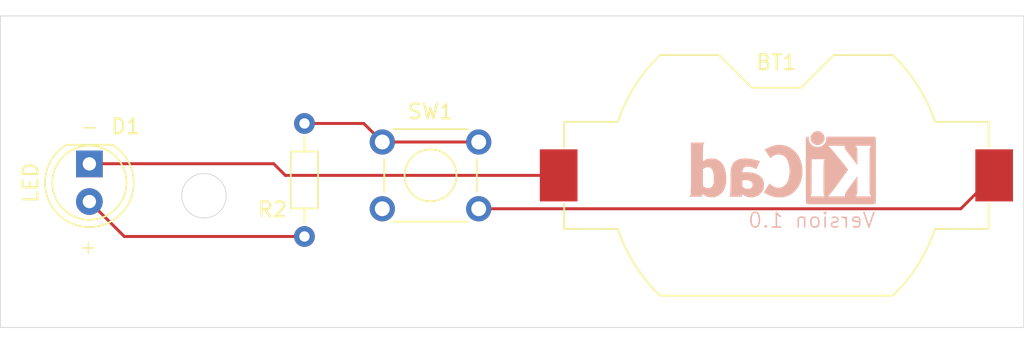
<source format=kicad_pcb>
(kicad_pcb (version 20241229) (generator "pcbnew") (generator_version "9.0")
  (title_block (title "LED Torch") (date "2025-10-19") (rev "1"))
  (layers (0 "F.Cu" signal) (2 "B.Cu" signal) (13 "F.Paste" user) (15 "B.Paste" user) (5 "F.SilkS" user "F.Silkscreen") (7 "B.SilkS" user "B.Silkscreen") (1 "F.Mask" user) (3 "B.Mask" user) (25 "Edge.Cuts" user))
  (net 0 "")
  (net 1 "/LED_cathode")
  (net 2 "/bat_pos")
  (net 3 "/LED_anode")
  (net 4 "Net-(SW1A-A)")
  (footprint "LED_THT:LED_D5.0mm" (layer "F.Cu") (at 120.382 99.809 -90)
    (property "Reference" "D1" (at -2.525 -2.45 180) (layer "F.SilkS"))
    (property "Value" "LED" (at 1.27 3.96 90) (layer "F.SilkS"))
    (fp_line (start -1.29 -1.545) (end -1.29 1.545) (stroke (width 0.12)) (layer "F.SilkS"))
    (fp_arc (start 4.26 0) (mid 2.071779 2.880495) (end -1.29 1.54483) (stroke (width 0.12)) (layer "F.SilkS"))
    (fp_arc (start -1.29 -1.54483) (mid 2.071779 -2.880495) (end 4.26 0) (stroke (width 0.12)) (layer "F.SilkS"))
    (fp_circle (center 1.27 0) (end 3.77 0) (stroke (width 0.12)) (fill no) (layer "F.SilkS"))
    (pad "1" thru_hole rect (at 0 0 270) (size 1.8 1.8) (drill 0.9) (layers "*.Cu" "*.Mask") (net 1 "/LED_cathode"))
    (pad "2" thru_hole circle (at 2.54 0 270) (size 1.8 1.8) (drill 0.9) (layers "*.Cu" "*.Mask") (net 3 "/LED_anode"))
  )
  (footprint "Battery:BatteryHolder_Keystone_1058_1x2032" (layer "F.Cu") (at 166.702 100.584 180)
    (property "Reference" "BT1" (at 0 7.62 0) (layer "F.SilkS"))
    (property "Value" "Battery_Cell")
    (fp_line (start 14.31 3.61) (end 10.692 3.61) (stroke (width 0.12)) (layer "F.SilkS"))
    (fp_line (start 14.31 1.9) (end 14.31 3.61) (stroke (width 0.12)) (layer "F.SilkS"))
    (fp_line (start 14.31 -1.9) (end 14.31 -3.61) (stroke (width 0.12)) (layer "F.SilkS"))
    (fp_line (start 10.692 -3.61) (end 14.31 -3.61) (stroke (width 0.12)) (layer "F.SilkS"))
    (fp_line (start 7.8473 8.11) (end 3.86 8.11) (stroke (width 0.12)) (layer "F.SilkS"))
    (fp_line (start 1.66 5.91) (end 3.86 8.11) (stroke (width 0.12)) (layer "F.SilkS"))
    (fp_line (start 1.66 5.91) (end -1.66 5.91) (stroke (width 0.12)) (layer "F.SilkS"))
    (fp_line (start -1.66 5.91) (end -3.86 8.11) (stroke (width 0.12)) (layer "F.SilkS"))
    (fp_line (start -3.86 8.11) (end -7.8473 8.11) (stroke (width 0.12)) (layer "F.SilkS"))
    (fp_line (start -7.8473 -8.11) (end 7.8473 -8.11) (stroke (width 0.12)) (layer "F.SilkS"))
    (fp_line (start -10.692 3.61) (end -14.31 3.61) (stroke (width 0.12)) (layer "F.SilkS"))
    (fp_line (start -14.31 1.9) (end -14.31 3.61) (stroke (width 0.12)) (layer "F.SilkS"))
    (fp_line (start -14.31 -1.9) (end -14.31 -3.61) (stroke (width 0.12)) (layer "F.SilkS"))
    (fp_line (start -14.31 -3.61) (end -10.692 -3.61) (stroke (width 0.12)) (layer "F.SilkS"))
    (fp_arc (start 10.692 3.61) (mid 9.538084 6.031244) (end 7.845371 8.111789) (stroke (width 0.12)) (layer "F.SilkS"))
    (fp_arc (start 7.845371 -8.111789) (mid 9.538085 -6.031244) (end 10.692 -3.61) (stroke (width 0.12)) (layer "F.SilkS"))
    (fp_arc (start -7.845371 8.111789) (mid -9.538085 6.031244) (end -10.692 3.61) (stroke (width 0.12)) (layer "F.SilkS"))
    (fp_arc (start -10.692 -3.61) (mid -9.538084 -6.031244) (end -7.845371 -8.111789) (stroke (width 0.12)) (layer "F.SilkS"))
    (pad "1" smd rect (at -14.68 0 180) (size 2.54 3.51) (layers "F.Cu" "F.Mask" "F.Paste") (net 2 "/bat_pos"))
    (pad "2" smd rect (at 14.68 0 180) (size 2.54 3.51) (layers "F.Cu" "F.Mask" "F.Paste") (net 1 "/LED_cathode"))
  )
  (footprint "Button_Switch_THT:SW_TH_Tactile_Omron_B3F-100x" (layer "F.Cu") (at 140.132 98.334)
    (property "Reference" "SW1" (at 3.25 -2.05 0) (layer "F.SilkS"))
    (property "Value" "SW_DPDT_x2")
    (fp_line (start 0.13 3.35) (end 0.13 1.15) (stroke (width 0.12)) (layer "F.SilkS"))
    (fp_line (start 0.75 -0.87) (end 5.75 -0.87) (stroke (width 0.12)) (layer "F.SilkS"))
    (fp_line (start 0.75 5.37) (end 5.75 5.37) (stroke (width 0.12)) (layer "F.SilkS"))
    (fp_line (start 6.37 1.15) (end 6.37 3.35) (stroke (width 0.12)) (layer "F.SilkS"))
    (fp_circle (center 3.25 2.25) (end 5 2.25) (stroke (width 0.12)) (fill no) (layer "F.SilkS"))
    (pad "1" thru_hole circle (at 0 0) (size 1.7 1.7) (drill 1) (layers "*.Cu" "*.Mask") (net 4 "Net-(SW1A-A)"))
    (pad "1" thru_hole circle (at 6.5 0) (size 1.7 1.7) (drill 1) (layers "*.Cu" "*.Mask") (net 4 "Net-(SW1A-A)"))
    (pad "2" thru_hole circle (at 0 4.5) (size 1.7 1.7) (drill 1) (layers "*.Cu" "*.Mask") (net 2 "/bat_pos"))
    (pad "2" thru_hole circle (at 6.5 4.5) (size 1.7 1.7) (drill 1) (layers "*.Cu" "*.Mask") (net 2 "/bat_pos"))
  )
  (footprint "Resistor_THT:R_Axial_DIN0204_L3.6mm_D1.6mm_P7.62mm_Horizontal" (layer "F.Cu") (at 134.882 97.084 -90)
    (property "Reference" "R2" (at 5.8 2.15 180) (layer "F.SilkS"))
    (property "Value" "R")
    (fp_line (start 0.94 0) (end 1.89 0) (stroke (width 0.12)) (layer "F.SilkS"))
    (fp_line (start 6.68 0) (end 5.73 0) (stroke (width 0.12)) (layer "F.SilkS"))
    (fp_rect (start 1.89 -0.92) (end 5.73 0.92) (stroke (width 0.12)) (fill no) (layer "F.SilkS"))
    (pad "1" thru_hole circle (at 0 0 270) (size 1.4 1.4) (drill 0.7) (layers "*.Cu" "*.Mask") (net 4 "Net-(SW1A-A)"))
    (pad "2" thru_hole circle (at 7.62 0 270) (size 1.4 1.4) (drill 0.7) (layers "*.Cu" "*.Mask") (net 3 "/LED_anode"))
  )
  (footprint "Symbol:KiCad-Logo_5mm_SilkScreen" (layer "B.Cu") (at 167.132 100.584 180)
    (property "Reference" "REF**" (hide yes))
    (property "Value" "KiCad-Logo_5mm_SilkScreen" (hide yes))
    (fp_poly (pts (xy -2.273043 2.973429) (xy -2.176768 2.949191) (xy -2.090184 2.906359) (xy -2.015373 2.846581) (xy -1.954418 2.771506) (xy -1.909399 2.68278) (xy -1.883136 2.58647) (xy -1.877286 2.489205) (xy -1.89214 2.395346) (xy -1.92584 2.307489) (xy -1.976528 2.22823) (xy -2.042345 2.160164) (xy -2.121434 2.105888) (xy -2.211934 2.067998) (xy -2.2632 2.055574) (xy -2.307698 2.048053) (xy -2.341999 2.045081) (xy -2.37496 2.046906) (xy -2.415434 2.053775) (xy -2.448531 2.06075) (xy -2.541947 2.092259) (xy -2.625619 2.143383) (xy -2.697665 2.212571) (xy -2.7562 2.298272) (xy -2.770148 2.325511) (xy -2.786586 2.361878) (xy -2.796894 2.392418) (xy -2.80246 2.42455) (xy -2.804669 2.465693) (xy -2.804948 2.511778) (xy -2.800861 2.596135) (xy -2.787446 2.665414) (xy -2.762256 2.726039) (xy -2.722846 2.784433) (xy -2.684298 2.828698) (xy -2.612406 2.894516) (xy -2.537313 2.939947) (xy -2.454562 2.96715) (xy -2.376928 2.977424) (xy -2.273043 2.973429)) (stroke (width 0.01)) (fill yes) (layer "B.SilkS"))
    (fp_poly (pts (xy 0.328429 2.050929) (xy 0.48857 2.029755) (xy 0.65251 1.989615) (xy 0.822313 1.930111) (xy 1.000043 1.850846) (xy 1.01131 1.845301) (xy 1.069005 1.817275) (xy 1.120552 1.793198) (xy 1.162191 1.774751) (xy 1.190162 1.763614) (xy 1.199733 1.761067) (xy 1.21895 1.756059) (xy 1.223561 1.751853) (xy 1.218458 1.74142) (xy 1.202418 1.715132) (xy 1.177288 1.675743) (xy 1.144914 1.626009) (xy 1.107143 1.568685) (xy 1.065822 1.506524) (xy 1.022798 1.442282) (xy 0.979917 1.378715) (xy 0.939026 1.318575) (xy 0.901971 1.26462) (xy 0.8706 1.219603) (xy 0.846759 1.186279) (xy 0.832294 1.167403) (xy 0.830309 1.165213) (xy 0.820191 1.169862) (xy 0.79785 1.187038) (xy 0.76728 1.21356) (xy 0.751536 1.228036) (xy 0.655047 1.303318) (xy 0.548336 1.358759) (xy 0.432832 1.393859) (xy 0.309962 1.40812) (xy 0.240561 1.406949) (xy 0.119423 1.389788) (xy 0.010205 1.353906) (xy -0.087418 1.299041) (xy -0.173772 1.22493) (xy -0.249185 1.131312) (xy -0.313982 1.017924) (xy -0.351399 0.931333) (xy -0.395252 0.795634) (xy -0.427572 0.64815) (xy -0.448443 0.492686) (xy -0.457949 0.333044) (xy -0.456173 0.173027) (xy -0.443197 0.016439) (xy -0.419106 -0.132918) (xy -0.383982 -0.27124) (xy -0.337908 -0.394724) (xy -0.321627 -0.428978) (xy -0.25338 -0.543064) (xy -0.172921 -0.639557) (xy -0.08143 -0.71767) (xy 0.019911 -0.776617) (xy 0.12992 -0.815612) (xy 0.247415 -0.833868) (xy 0.288883 -0.835211) (xy 0.410441 -0.82429) (xy 0.530878 -0.791474) (xy 0.648666 -0.737439) (xy 0.762277 -0.662865) (xy 0.853685 -0.584539) (xy 0.900215 -0.540008) (xy 1.081483 -0.837271) (xy 1.12658 -0.911433) (xy 1.167819 -0.979646) (xy 1.203735 -1.039459) (xy 1.232866 -1.08842) (xy 1.25375 -1.124079) (xy 1.264924 -1.143984) (xy 1.266375 -1.147079) (xy 1.258146 -1.156718) (xy 1.232567 -1.173999) (xy 1.192873 -1.197283) (xy 1.142297 -1.224934) (xy 1.084074 -1.255315) (xy 1.021437 -1.28679) (xy 0.957621 -1.317722) (xy 0.89586 -1.346473) (xy 0.839388 -1.371408) (xy 0.791438 -1.390889) (xy 0.767986 -1.399318) (xy 0.634221 -1.437133) (xy 0.496327 -1.462136) (xy 0.348622 -1.47514) (xy 0.221833 -1.477468) (xy 0.153878 -1.476373) (xy 0.088277 -1.474275) (xy 0.030847 -1.471434) (xy -0.012597 -1.468106) (xy -0.026702 -1.466422) (xy -0.165716 -1.437587) (xy -0.307243 -1.392468) (xy -0.444725 -1.33375) (xy -0.571606 -1.26412) (xy -0.649111 -1.211441) (xy -0.776519 -1.103239) (xy -0.894822 -0.976671) (xy -1.001828 -0.834866) (xy -1.095348 -0.680951) (xy -1.17319 -0.518053) (xy -1.217044 -0.400756) (xy -1.267292 -0.217128) (xy -1.300791 -0.022581) (xy -1.317551 0.178675) (xy -1.317584 0.382432) (xy -1.300899 0.584479) (xy -1.267507 0.780608) (xy -1.21742 0.966609) (xy -1.213603 0.978197) (xy -1.150719 1.14025) (xy -1.073972 1.288168) (xy -0.980758 1.426135) (xy -0.868473 1.558339) (xy -0.824608 1.603601) (xy -0.688466 1.727543) (xy -0.548509 1.830085) (xy -0.402589 1.912344) (xy -0.248558 1.975436) (xy -0.084268 2.020477) (xy 0.011289 2.037967) (xy 0.170023 2.053534) (xy 0.328429 2.050929)) (stroke (width 0.01)) (fill yes) (layer "B.SilkS"))
    (fp_poly (pts (xy 6.186507 0.527755) (xy 6.186526 0.293338) (xy 6.186552 0.080397) (xy 6.186625 -0.112168) (xy 6.186782 -0.285459) (xy 6.187064 -0.440576) (xy 6.187509 -0.57862) (xy 6.188156 -0.700692) (xy 6.189045 -0.807894) (xy 6.190213 -0.901326) (xy 6.191701 -0.98209) (xy 6.193546 -1.051286) (xy 6.195789 -1.110015) (xy 6.198469 -1.159379) (xy 6.201623 -1.200478) (xy 6.205292 -1.234413) (xy 6.209513 -1.262286) (xy 6.214327 -1.285198) (xy 6.219773 -1.304249) (xy 6.225888 -1.32054) (xy 6.232712 -1.335173) (xy 6.240285 -1.349249) (xy 6.248645 -1.363868) (xy 6.253839 -1.372974) (xy 6.288104 -1.433689) (xy 5.429955 -1.433689) (xy 5.429955 -1.337733) (xy 5.429224 -1.29437) (xy 5.427272 -1.261205) (xy 5.424463 -1.243424) (xy 5.423221 -1.241778) (xy 5.411799 -1.248662) (xy 5.389084 -1.266505) (xy 5.366385 -1.285879) (xy 5.3118 -1.326614) (xy 5.242321 -1.367617) (xy 5.16527 -1.405123) (xy 5.087965 -1.435364) (xy 5.057113 -1.445012) (xy 4.988616 -1.459578) (xy 4.905764 -1.469539) (xy 4.816371 -1.474583) (xy 4.728248 -1.474396) (xy 4.649207 -1.468666) (xy 4.611511 -1.462858) (xy 4.473414 -1.424797) (xy 4.346113 -1.367073) (xy 4.230292 -1.290211) (xy 4.126637 -1.194739) (xy 4.035833 -1.081179) (xy 3.969031 -0.970381) (xy 3.914164 -0.853625) (xy 3.872163 -0.734276) (xy 3.842167 -0.608283) (xy 3.823311 -0.471594) (xy 3.814732 -0.320158) (xy 3.814006 -0.242711) (xy 3.8161 -0.185934) (xy 4.645217 -0.185934) (xy 4.645424 -0.279002) (xy 4.648337 -0.366692) (xy 4.654 -0.443772) (xy 4.662455 -0.505009) (xy 4.665038 -0.51735) (xy 4.69684 -0.624633) (xy 4.738498 -0.711658) (xy 4.790363 -0.778642) (xy 4.852781 -0.825805) (xy 4.9261 -0.853365) (xy 5.010669 -0.861541) (xy 5.106835 -0.850551) (xy 5.170311 -0.834829) (xy 5.219454 -0.816639) (xy 5.273583 -0.790791) (xy 5.314244 -0.767089) (xy 5.3848 -0.720721) (xy 5.3848 0.42947) (xy 5.317392 0.473038) (xy 5.238867 0.51396) (xy 5.154681 0.540611) (xy 5.069557 0.552535) (xy 4.988216 0.549278) (xy 4.91538 0.530385) (xy 4.883426 0.514816) (xy 4.825501 0.471819) (xy 4.776544 0.415047) (xy 4.73539 0.342425) (xy 4.700874 0.251879) (xy 4.671833 0.141334) (xy 4.670552 0.135467) (xy 4.660381 0.073212) (xy 4.652739 -0.004594) (xy 4.64767 -0.09272) (xy 4.645217 -0.185934) (xy 3.8161 -0.185934) (xy 3.821857 -0.029895) (xy 3.843802 0.165941) (xy 3.879786 0.344668) (xy 3.929759 0.506155) (xy 3.993668 0.650274) (xy 4.071462 0.776894) (xy 4.163089 0.885885) (xy 4.268497 0.977117) (xy 4.313662 1.008068) (xy 4.414611 1.064215) (xy 4.517901 1.103826) (xy 4.627989 1.127986) (xy 4.74933 1.137781) (xy 4.841836 1.136735) (xy 4.97149 1.125769) (xy 5.084084 1.103954) (xy 5.182875 1.070286) (xy 5.271121 1.023764) (xy 5.319986 0.989552) (xy 5.349353 0.967638) (xy 5.371043 0.952667) (xy 5.379253 0.948267) (xy 5.380868 0.959096) (xy 5.382159 0.989749) (xy 5.383138 1.037474) (xy 5.383817 1.099521) (xy 5.38421 1.173138) (xy 5.38433 1.255573) (xy 5.384188 1.344075) (xy 5.383797 1.435893) (xy 5.383171 1.528276) (xy 5.38232 1.618472) (xy 5.38126 1.703729) (xy 5.380001 1.781297) (xy 5.378556 1.848424) (xy 5.376938 1.902359) (xy 5.375161 1.94035) (xy 5.374669 1.947333) (xy 5.367092 2.017749) (xy 5.355531 2.072898) (xy 5.337792 2.120019) (xy 5.311682 2.166353) (xy 5.305415 2.175933) (xy 5.280983 2.212622) (xy 6.186311 2.212622) (xy 6.186507 0.527755)) (stroke (width 0.01)) (fill yes) (layer "B.SilkS"))
    (fp_poly (pts (xy 2.673574 1.133448) (xy 2.825492 1.113433) (xy 2.960756 1.079798) (xy 3.080239 1.032275) (xy 3.184815 0.970595) (xy 3.262424 0.907035) (xy 3.331265 0.832901) (xy 3.385006 0.753129) (xy 3.42791 0.660909) (xy 3.443384 0.617839) (xy 3.456244 0.578858) (xy 3.467446 0.542711) (xy 3.47712 0.507566) (xy 3.485396 0.47159) (xy 3.492403 0.43295) (xy 3.498272 0.389815) (xy 3.503131 0.340351) (xy 3.50711 0.282727) (xy 3.51034 0.215109) (xy 3.512949 0.135666) (xy 3.515067 0.042564) (xy 3.516824 -0.066027) (xy 3.518349 -0.191942) (xy 3.519772 -0.337012) (xy 3.521025 -0.479778) (xy 3.522351 -0.635968) (xy 3.523556 -0.771239) (xy 3.524766 -0.887246) (xy 3.526106 -0.985645) (xy 3.5277 -1.068093) (xy 3.529675 -1.136246) (xy 3.532156 -1.19176) (xy 3.535269 -1.236292) (xy 3.539138 -1.271498) (xy 3.543889 -1.299034) (xy 3.549648 -1.320556) (xy 3.556539 -1.337722) (xy 3.564689 -1.352186) (xy 3.574223 -1.365606) (xy 3.585266 -1.379638) (xy 3.589566 -1.385071) (xy 3.605386 -1.40791) (xy 3.612422 -1.423463) (xy 3.612444 -1.423922) (xy 3.601567 -1.426121) (xy 3.570582 -1.428147) (xy 3.521957 -1.429942) (xy 3.458163 -1.431451) (xy 3.381669 -1.432616) (xy 3.294944 -1.43338) (xy 3.200457 -1.433686) (xy 3.18955 -1.433689) (xy 2.766657 -1.433689) (xy 2.763395 -1.337622) (xy 2.760133 -1.241556) (xy 2.698044 -1.292543) (xy 2.600714 -1.360057) (xy 2.490813 -1.414749) (xy 2.404349 -1.444978) (xy 2.335278 -1.459666) (xy 2.251925 -1.469659) (xy 2.162159 -1.474646) (xy 2.073845 -1.474313) (xy 1.994851 -1.468351) (xy 1.958622 -1.462638) (xy 1.818603 -1.424776) (xy 1.692178 -1.369932) (xy 1.58026 -1.298924) (xy 1.483762 -1.212568) (xy 1.4036 -1.111679) (xy 1.340687 -0.997076) (xy 1.296312 -0.870984) (xy 1.283978 -0.814401) (xy 1.276368 -0.752202) (xy 1.272739 -0.677363) (xy 1.272245 -0.643467) (xy 1.27231 -0.640282) (xy 2.032248 -0.640282) (xy 2.041541 -0.715333) (xy 2.069728 -0.77916) (xy 2.118197 -0.834798) (xy 2.123254 -0.839211) (xy 2.171548 -0.874037) (xy 2.223257 -0.89662) (xy 2.283989 -0.90854) (xy 2.359352 -0.911383) (xy 2.377459 -0.910978) (xy 2.431278 -0.908325) (xy 2.471308 -0.902909) (xy 2.506324 -0.892745) (xy 2.545103 -0.87585) (xy 2.555745 -0.870672) (xy 2.616396 -0.834844) (xy 2.663215 -0.792212) (xy 2.675952 -0.776973) (xy 2.720622 -0.720462) (xy 2.720622 -0.524586) (xy 2.720086 -0.445939) (xy 2.718396 -0.387988) (xy 2.715428 -0.348875) (xy 2.711057 -0.326741) (xy 2.706972 -0.320274) (xy 2.691047 -0.317111) (xy 2.657264 -0.314488) (xy 2.61034 -0.312655) (xy 2.554993 -0.311857) (xy 2.546106 -0.311842) (xy 2.42533 -0.317096) (xy 2.32266 -0.333263) (xy 2.236106 -0.360961) (xy 2.163681 -0.400808) (xy 2.108751 -0.447758) (xy 2.064204 -0.505645) (xy 2.03948 -0.568693) (xy 2.032248 -0.640282) (xy 1.27231 -0.640282) (xy 1.274178 -0.549712) (xy 1.282522 -0.470812) (xy 1.298768 -0.39959) (xy 1.324405 -0.328864) (xy 1.348401 -0.276493) (xy 1.40702 -0.181196) (xy 1.485117 -0.09317) (xy 1.580315 -0.014017) (xy 1.690238 0.05466) (xy 1.81251 0.111259) (xy 1.944755 0.154179) (xy 2.009422 0.169118) (xy 2.145604 0.191223) (xy 2.294049 0.205806) (xy 2.445505 0.212187) (xy 2.572064 0.210555) (xy 2.73395 0.203776) (xy 2.72653 0.262755) (xy 2.707238 0.361908) (xy 2.676104 0.442628) (xy 2.632269 0.505534) (xy 2.574871 0.551244) (xy 2.503048 0.580378) (xy 2.415941 0.593553) (xy 2.312686 0.591389) (xy 2.274711 0.587388) (xy 2.13352 0.56222) (xy 1.996707 0.521186) (xy 1.902178 0.483185) (xy 1.857018 0.46381) (xy 1.818585 0.44824) (xy 1.792234 0.438595) (xy 1.784546 0.436548) (xy 1.774802 0.445626) (xy 1.758083 0.474595) (xy 1.734232 0.523783) (xy 1.703093 0.593516) (xy 1.664507 0.684121) (xy 1.65791 0.699911) (xy 1.627853 0.772228) (xy 1.600874 0.837575) (xy 1.578136 0.893094) (xy 1.560806 0.935928) (xy 1.550048 0.963219) (xy 1.546941 0.972058) (xy 1.55694 0.976813) (xy 1.583217 0.98209) (xy 1.611489 0.985769) (xy 1.641646 0.990526) (xy 1.689433 0.999972) (xy 1.750612 1.01318) (xy 1.820946 1.029224) (xy 1.896194 1.04718) (xy 1.924755 1.054203) (xy 2.029816 1.079791) (xy 2.11748 1.099853) (xy 2.192068 1.115031) (xy 2.257903 1.125965) (xy 2.319307 1.133296) (xy 2.380602 1.137665) (xy 2.44611 1.139713) (xy 2.504128 1.140111) (xy 2.673574 1.133448)) (stroke (width 0.01)) (fill yes) (layer "B.SilkS"))
    (fp_poly (pts (xy -2.9464 2.510946) (xy -2.935535 2.397007) (xy -2.903918 2.289384) (xy -2.853015 2.190385) (xy -2.784293 2.102316) (xy -2.699219 2.027484) (xy -2.602232 1.969616) (xy -2.495964 1.929995) (xy -2.38895 1.911427) (xy -2.2833 1.912566) (xy -2.181125 1.93207) (xy -2.084534 1.968594) (xy -1.995638 2.020795) (xy -1.916546 2.087327) (xy -1.849369 2.166848) (xy -1.796217 2.258013) (xy -1.759199 2.359477) (xy -1.740427 2.469898) (xy -1.738489 2.519794) (xy -1.738489 2.607733) (xy -1.68656 2.607733) (xy -1.650253 2.604889) (xy -1.623355 2.593089) (xy -1.596249 2.569351) (xy -1.557867 2.530969) (xy -1.557867 0.339398) (xy -1.557876 0.077261) (xy -1.557908 -0.163241) (xy -1.557972 -0.383048) (xy -1.558076 -0.583101) (xy -1.558227 -0.764344) (xy -1.558434 -0.927716) (xy -1.558706 -1.07416) (xy -1.55905 -1.204617) (xy -1.559474 -1.320029) (xy -1.559987 -1.421338) (xy -1.560597 -1.509484) (xy -1.561312 -1.58541) (xy -1.56214 -1.650057) (xy -1.563089 -1.704367) (xy -1.564167 -1.74928) (xy -1.565383 -1.78574) (xy -1.566745 -1.814687) (xy -1.568261 -1.837063) (xy -1.569938 -1.853809) (xy -1.571786 -1.865868) (xy -1.573813 -1.87418) (xy -1.576025 -1.879687) (xy -1.577108 -1.881537) (xy -1.581271 -1.888549) (xy -1.584805 -1.894996) (xy -1.588635 -1.9009) (xy -1.593682 -1.906286) (xy -1.600871 -1.911178) (xy -1.611123 -1.915598) (xy -1.625364 -1.919572) (xy -1.644514 -1.923121) (xy -1.669499 -1.92627) (xy -1.70124 -1.929042) (xy -1.740662 -1.931461) (xy -1.788686 -1.933551) (xy -1.846237 -1.935335) (xy -1.914237 -1.936837) (xy -1.99361 -1.93808) (xy -2.085279 -1.939089) (xy -2.190166 -1.939885) (xy -2.309196 -1.940494) (xy -2.44329 -1.940939) (xy -2.593373 -1.941243) (xy -2.760367 -1.94143) (xy -2.945196 -1.941524) (xy -3.148783 -1.941548) (xy -3.37205 -1.941525) (xy -3.615922 -1.94148) (xy -3.881321 -1.941437) (xy -3.919704 -1.941432) (xy -4.186682 -1.941389) (xy -4.432002 -1.941318) (xy -4.656583 -1.941213) (xy -4.861345 -1.941066) (xy -5.047206 -1.940869) (xy -5.215088 -1.940616) (xy -5.365908 -1.9403) (xy -5.500587 -1.939913) (xy -5.620044 -1.939447) (xy -5.725199 -1.938897) (xy -5.816971 -1.938253) (xy -5.896279 -1.937511) (xy -5.964043 -1.936661) (xy -6.021182 -1.935697) (xy -6.068617 -1.934611) (xy -6.107266 -1.933397) (xy -6.138049 -1.932047) (xy -6.161885 -1.930555) (xy -6.179694 -1.928911) (xy -6.192395 -1.927111) (xy -6.200908 -1.925145) (xy -6.205266 -1.923477) (xy -6.213728 -1.919906) (xy -6.221497 -1.91727) (xy -6.228602 -1.914634) (xy -6.235073 -1.911062) (xy -6.240939 -1.905621) (xy -6.246229 -1.897375) (xy -6.250974 -1.88539) (xy -6.255202 -1.868731) (xy -6.258943 -1.846463) (xy -6.262227 -1.817652) (xy -6.265083 -1.781363) (xy -6.26754 -1.736661) (xy -6.269629 -1.682611) (xy -6.271378 -1.618279) (xy -6.272817 -1.54273) (xy -6.273976 -1.45503) (xy -6.274883 -1.354243) (xy -6.275569 -1.239434) (xy -6.276063 -1.10967) (xy -6.276395 -0.964015) (xy -6.276593 -0.801535) (xy -6.276687 -0.621295) (xy -6.276708 -0.42236) (xy -6.276685 -0.203796) (xy -6.276646 0.035332) (xy -6.276622 0.29596) (xy -6.276622 0.338111) (xy -6.276636 0.601008) (xy -6.276661 0.842268) (xy -6.276671 1.062835) (xy -6.276642 1.263648) (xy -6.276548 1.445651) (xy -6.276362 1.609784) (xy -6.276059 1.756989) (xy -6.275614 1.888208) (xy -6.275034 1.998133) (xy -5.972197 1.998133) (xy -5.932407 1.940289) (xy -5.921236 1.924521) (xy -5.911166 1.910559) (xy -5.902138 1.897216) (xy -5.894097 1.883307) (xy -5.886986 1.867644) (xy -5.880747 1.849042) (xy -5.875325 1.826314) (xy -5.870662 1.798273) (xy -5.866701 1.763733) (xy -5.863385 1.721508) (xy -5.860659 1.670411) (xy -5.858464 1.609256) (xy -5.856745 1.536856) (xy -5.855444 1.452025) (xy -5.854505 1.353578) (xy -5.85387 1.240326) (xy -5.853484 1.111084) (xy -5.853288 0.964666) (xy -5.853227 0.799884) (xy -5.853243 0.615553) (xy -5.85328 0.410487) (xy -5.853289 0.287867) (xy -5.853265 0.070918) (xy -5.853231 -0.124642) (xy -5.853243 -0.299999) (xy -5.853358 -0.456341) (xy -5.85363 -0.594857) (xy -5.854118 -0.716734) (xy -5.854876 -0.82316) (xy -5.855962 -0.915322) (xy -5.857431 -0.994409) (xy -5.85934 -1.061608) (xy -5.861744 -1.118107) (xy -5.864701 -1.165093) (xy -5.868266 -1.203755) (xy -5.872495 -1.23528) (xy -5.877446 -1.260855) (xy -5.883173 -1.28167) (xy -5.889733 -1.298911) (xy -5.897183 -1.313765) (xy -5.905579 -1.327422) (xy -5.914976 -1.341069) (xy -5.925432 -1.355893) (xy -5.931523 -1.364783) (xy -5.970296 -1.4224) (xy -5.438732 -1.4224) (xy -5.315483 -1.422365) (xy -5.212987 -1.422215) (xy -5.12942 -1.421878) (xy -5.062956 -1.421286) (xy -5.011771 -1.420367) (xy -4.974041 -1.419051) (xy -4.94794 -1.417269) (xy -4.931644 -1.414951) (xy -4.923328 -1.412026) (xy -4.921168 -1.408424) (xy -4.923339 -1.404075) (xy -4.924535 -1.402645) (xy -4.949685 -1.365573) (xy -4.975583 -1.312772) (xy -4.999192 -1.25077) (xy -5.007461 -1.224357) (xy -5.012078 -1.206416) (xy -5.015979 -1.185355) (xy -5.019248 -1.159089) (xy -5.021966 -1.125532) (xy -5.024215 -1.082599) (xy -5.026077 -1.028204) (xy -5.027636 -0.960262) (xy -5.028972 -0.876688) (xy -5.030169 -0.775395) (xy -5.031308 -0.6543) (xy -5.031685 -0.6096) (xy -5.032702 -0.484449) (xy -5.03346 -0.380082) (xy -5.033903 -0.294707) (xy -5.03397 -0.226533) (xy -5.033605 -0.173765) (xy -5.032748 -0.134614) (xy -5.031341 -0.107285) (xy -5.029325 -0.089986) (xy -5.026643 -0.080926) (xy -5.023236 -0.078312) (xy -5.019044 -0.080351) (xy -5.014571 -0.084667) (xy -5.004216 -0.097602) (xy -4.982158 -0.126676) (xy -4.949957 -0.169759) (xy -4.909174 -0.224718) (xy -4.86137 -0.289423) (xy -4.808105 -0.361742) (xy -4.75094 -0.439544) (xy -4.691437 -0.520698) (xy -4.631155 -0.603072) (xy -4.571655 -0.684536) (xy -4.514498 -0.762957) (xy -4.461245 -0.836204) (xy -4.413457 -0.902147) (xy -4.372693 -0.958654) (xy -4.340516 -1.003593) (xy -4.318485 -1.034834) (xy -4.313917 -1.041466) (xy -4.290996 -1.078369) (xy -4.264188 -1.126359) (xy -4.238789 -1.175897) (xy -4.235568 -1.182577) (xy -4.21389 -1.230772) (xy -4.201304 -1.268334) (xy -4.195574 -1.30416) (xy -4.194456 -1.3462) (xy -4.19509 -1.4224) (xy -3.040651 -1.4224) (xy -3.131815 -1.328669) (xy -3.178612 -1.278775) (xy -3.228899 -1.222295) (xy -3.274944 -1.168026) (xy -3.295369 -1.142673) (xy -3.325807 -1.103128) (xy -3.365862 -1.049916) (xy -3.414361 -0.984667) (xy -3.470135 -0.909011) (xy -3.532011 -0.824577) (xy -3.598819 -0.732994) (xy -3.669387 -0.635892) (xy -3.742545 -0.534901) (xy -3.817121 -0.43165) (xy -3.891944 -0.327768) (xy -3.965843 -0.224885) (xy -4.037646 -0.124631) (xy -4.106184 -0.028636) (xy -4.170284 0.061473) (xy -4.228775 0.144064) (xy -4.280486 0.217508) (xy -4.324247 0.280176) (xy -4.358885 0.330439) (xy -4.38323 0.366666) (xy -4.396111 0.387229) (xy -4.397869 0.391332) (xy -4.38991 0.402658) (xy -4.369115 0.429838) (xy -4.336847 0.471171) (xy -4.29447 0.524956) (xy -4.243347 0.589494) (xy -4.184841 0.663082) (xy -4.120314 0.744022) (xy -4.051131 0.830612) (xy -3.978653 0.921152) (xy -3.904246 1.01394) (xy -3.844517 1.088298) (xy -2.833511 1.088298) (xy -2.827602 1.075341) (xy -2.813272 1.053092) (xy -2.812225 1.051609) (xy -2.793438 1.021456) (xy -2.773791 0.984625) (xy -2.769892 0.976489) (xy -2.766356 0.96806) (xy -2.76323 0.957941) (xy -2.760486 0.94474) (xy -2.758092 0.927062) (xy -2.756019 0.903516) (xy -2.754235 0.872707) (xy -2.752712 0.833243) (xy -2.751419 0.783731) (xy -2.750326 0.722777) (xy -2.749403 0.648989) (xy -2.748619 0.560972) (xy -2.747945 0.457335) (xy -2.74735 0.336684) (xy -2.746805 0.197626) (xy -2.746279 0.038768) (xy -2.745745 -0.140089) (xy -2.745206 -0.325207) (xy -2.744772 -0.489145) (xy -2.744509 -0.633303) (xy -2.744484 -0.759079) (xy -2.744765 -0.867871) (xy -2.745419 -0.961077) (xy -2.746514 -1.040097) (xy -2.748118 -1.106328) (xy -2.750297 -1.16117) (xy -2.753119 -1.206021) (xy -2.756651 -1.242278) (xy -2.760961 -1.271341) (xy -2.766117 -1.294609) (xy -2.772185 -1.313479) (xy -2.779233 -1.329351) (xy -2.787329 -1.343622) (xy -2.79654 -1.357691) (xy -2.80504 -1.370158) (xy -2.822176 -1.396452) (xy -2.832322 -1.414037) (xy -2.833511 -1.417257) (xy -2.822604 -1.418334) (xy -2.791411 -1.419335) (xy -2.742223 -1.420235) (xy -2.677333 -1.42101) (xy -2.59903 -1.421637) (xy -2.509607 -1.422091) (xy -2.411356 -1.422349) (xy -2.342445 -1.4224) (xy -2.237452 -1.42218) (xy -2.14061 -1.421548) (xy -2.054107 -1.420549) (xy -1.980132 -1.419227) (xy -1.920874 -1.417626) (xy -1.87852 -1.415791) (xy -1.85526 -1.413765) (xy -1.851378 -1.412493) (xy -1.859076 -1.397591) (xy -1.867074 -1.38956) (xy -1.880246 -1.372434) (xy -1.897485 -1.342183) (xy -1.909407 -1.317622) (xy -1.936045 -1.258711) (xy -1.93912 -0.081845) (xy -1.942195 1.095022) (xy -2.387853 1.095022) (xy -2.48567 1.094858) (xy -2.576064 1.094389) (xy -2.65663 1.093653) (xy -2.724962 1.092684) (xy -2.778656 1.09152) (xy -2.815305 1.090197) (xy -2.832504 1.088751) (xy -2.833511 1.088298) (xy -3.844517 1.088298) (xy -3.82927 1.107278) (xy -3.75509 1.199463) (xy -3.683069 1.288796) (xy -3.614569 1.373576) (xy -3.550955 1.452102) (xy -3.493588 1.522674) (xy -3.443833 1.583591) (xy -3.403052 1.633153) (xy -3.385888 1.653822) (xy -3.299596 1.754484) (xy -3.222997 1.837741) (xy -3.154183 1.905562) (xy -3.091248 1.959911) (xy -3.081867 1.967278) (xy -3.042356 1.997883) (xy -4.174116 1.998133) (xy -4.168827 1.950156) (xy -4.17213 1.892812) (xy -4.193661 1.824537) (xy -4.233635 1.744788) (xy -4.278943 1.672505) (xy -4.295161 1.64986) (xy -4.323214 1.612304) (xy -4.36143 1.561979) (xy -4.408137 1.501027) (xy -4.461661 1.431589) (xy -4.520331 1.355806) (xy -4.582475 1.27582) (xy -4.646421 1.193772) (xy -4.710495 1.111804) (xy -4.773027 1.032057) (xy -4.832343 0.956673) (xy -4.886771 0.887793) (xy -4.934639 0.827558) (xy -4.974275 0.778111) (xy -5.004006 0.741592) (xy -5.022161 0.720142) (xy -5.02522 0.716844) (xy -5.028079 0.724851) (xy -5.030293 0.755145) (xy -5.031857 0.807444) (xy -5.032767 0.881469) (xy -5.03302 0.976937) (xy -5.032613 1.093566) (xy -5.031704 1.213555) (xy -5.030382 1.345667) (xy -5.028857 1.457406) (xy -5.026881 1.550975) (xy -5.024206 1.628581) (xy -5.020582 1.692426) (xy -5.015761 1.744717) (xy -5.009494 1.787656) (xy -5.001532 1.823449) (xy -4.991627 1.8543) (xy -4.979531 1.882414) (xy -4.964993 1.909995) (xy -4.950311 1.935034) (xy -4.912314 1.998133) (xy -5.972197 1.998133) (xy -6.275034 1.998133) (xy -6.275001 2.004383) (xy -6.274195 2.106456) (xy -6.27317 2.195367) (xy -6.2719 2.272059) (xy -6.27036 2.337473) (xy -6.268524 2.392551) (xy -6.266367 2.438235) (xy -6.263863 2.475466) (xy -6.260987 2.505187) (xy -6.257713 2.528338) (xy -6.254015 2.545861) (xy -6.249869 2.558699) (xy -6.245247 2.567792) (xy -6.240126 2.574082) (xy -6.234478 2.578512) (xy -6.228279 2.582022) (xy -6.221504 2.585555) (xy -6.215508 2.589124) (xy -6.210275 2.5917) (xy -6.202099 2.594028) (xy -6.189886 2.596122) (xy -6.172541 2.597993) (xy -6.148969 2.599653) (xy -6.118077 2.601116) (xy -6.078768 2.602392) (xy -6.02995 2.603496) (xy -5.970527 2.604439) (xy -5.899404 2.605233) (xy -5.815488 2.605891) (xy -5.717683 2.606425) (xy -5.604894 2.606847) (xy -5.476029 2.607171) (xy -5.329991 2.607408) (xy -5.165686 2.60757) (xy -4.98202 2.60767) (xy -4.777897 2.60772) (xy -4.566753 2.607733) (xy -2.9464 2.607733) (xy -2.9464 2.510946)) (stroke (width 0.01)) (fill yes) (layer "B.SilkS"))
  )
  (gr_rect (start 114.382 89.834) (end 183.382 110.834) (stroke (width 0.05)) (fill no) (layer "Edge.Cuts"))
  (gr_circle (center 128.109 101.957) (end 128.109 100.457) (stroke (width 0.05)) (fill no) (layer "Edge.Cuts"))
  (gr_text "-" (at 119.732 97.884 0) (layer "F.SilkS") (effects (font (size 1 1) (thickness 0.1)) (justify left bottom)))
  (gr_text "+" (at 119.632 105.984 0) (layer "F.SilkS") (effects (font (size 1 1) (thickness 0.1)) (justify left bottom)))
  (gr_text "Version 1.0" (at 173.432 104.194 0) (layer "B.SilkS") (effects (font (size 1 1) (thickness 0.1)) (justify left bottom mirror)))
  (segment (start 120.382 99.809) (end 120.393 99.798) (width 0.2) (layer "F.Cu") (net 1))
  (segment (start 132.808 99.798) (end 133.594 100.584) (width 0.2) (layer "F.Cu") (net 1))
  (segment (start 133.594 100.584) (end 152.022 100.584) (width 0.2) (layer "F.Cu") (net 1))
  (segment (start 120.393 99.798) (end 132.808 99.798) (width 0.2) (layer "F.Cu") (net 1))
  (segment (start 179.132 102.834) (end 181.382 100.584) (width 0.2) (layer "F.Cu") (net 2))
  (segment (start 146.632 102.834) (end 179.132 102.834) (width 0.2) (layer "F.Cu") (net 2))
  (segment (start 120.382 102.349) (end 122.737 104.704) (width 0.2) (layer "F.Cu") (net 3))
  (segment (start 122.737 104.704) (end 134.882 104.704) (width 0.2) (layer "F.Cu") (net 3))
  (segment (start 134.882 97.084) (end 138.882 97.084) (width 0.2) (layer "F.Cu") (net 4))
  (segment (start 138.882 97.084) (end 140.132 98.334) (width 0.2) (layer "F.Cu") (net 4))
  (segment (start 140.132 98.334) (end 146.632 98.334) (width 0.2) (layer "F.Cu") (net 4))
)
</source>
